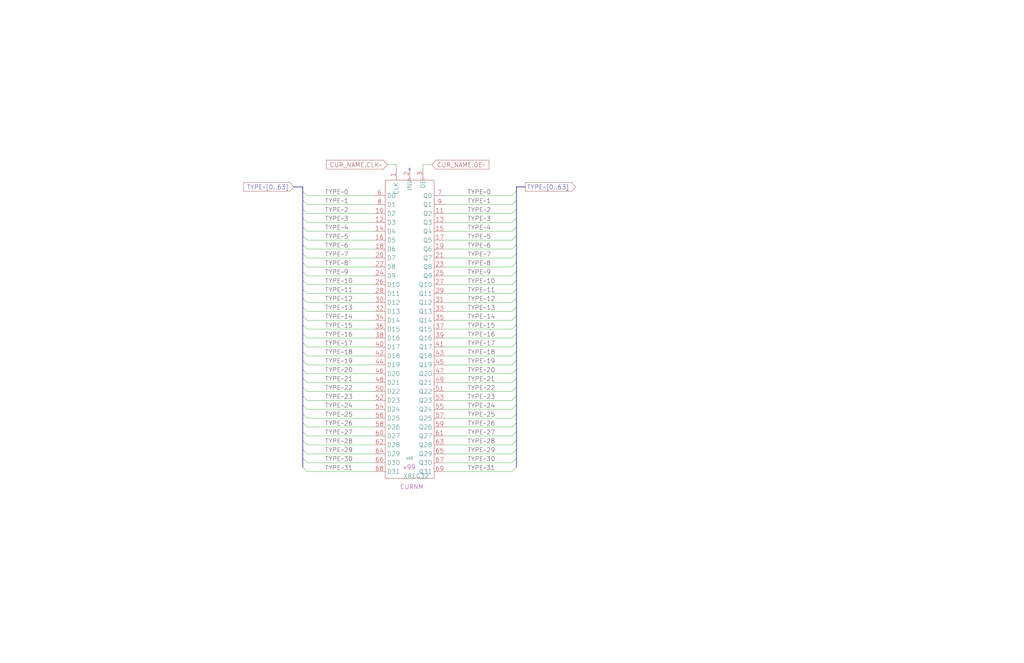
<source format=kicad_sch>
(kicad_sch (version 20230121) (generator eeschema)
  (paper "User" 584.2 378.46)
  (title_block (title "CURRENT CONTROL STACK NAME") (date "22-MAY-90") (rev "1.0") (comment 1 "SEQUENCER") (comment 2 "232-003064") (comment 3 "S400") (comment 4 "RELEASED"))
  (lib_symbols
    (symbol "r1000:XREG32" (pin_names (offset 1.016))
      (property "Reference" "U" (at 2.54 5.08 0))
      (property "Value" "XREG32" (at -1.27 -5.08 0))
      (property "Location" "___" (at -1.27 0 0))
      (property "Name" "______" (at 3.81 -12.7 0))
      (symbol "XREG32_1_1"
        (rectangle (start -11.43 163.83) (end 16.51 -6.35))
        (circle (center 2.54 164.465) (radius 0.635))
        (circle (center 10.16 164.465) (radius 0.635))
        (pin input line (at -5.08 170.18 270) (length 6.35) (name "CLK") (number "1"))
        (pin input line (at -17.78 144.78 0) (length 6.35) (name "D2") (number "10"))
        (pin tri_state line (at 22.86 144.78 180) (length 6.35) (name "Q2") (number "11"))
        (pin input line (at -17.78 139.7 0) (length 6.35) (name "D3") (number "12"))
        (pin tri_state line (at 22.86 139.7 180) (length 6.35) (name "Q3") (number "13"))
        (pin input line (at -17.78 134.62 0) (length 6.35) (name "D4") (number "14"))
        (pin tri_state line (at 22.86 134.62 180) (length 6.35) (name "Q4") (number "15"))
        (pin input line (at -17.78 129.54 0) (length 6.35) (name "D5") (number "16"))
        (pin tri_state line (at 22.86 129.54 180) (length 6.35) (name "Q5") (number "17"))
        (pin input line (at -17.78 124.46 0) (length 6.35) (name "D6") (number "18"))
        (pin tri_state line (at 22.86 124.46 180) (length 6.35) (name "Q6") (number "19"))
        (pin input line (at 2.54 170.18 270) (length 5.08) (name "INV") (number "2"))
        (pin input line (at -17.78 119.38 0) (length 6.35) (name "D7") (number "20"))
        (pin tri_state line (at 22.86 119.38 180) (length 6.35) (name "Q7") (number "21"))
        (pin input line (at -17.78 114.3 0) (length 6.35) (name "D8") (number "22"))
        (pin tri_state line (at 22.86 114.3 180) (length 6.35) (name "Q8") (number "23"))
        (pin input line (at -17.78 109.22 0) (length 6.35) (name "D9") (number "24"))
        (pin tri_state line (at 22.86 109.22 180) (length 6.35) (name "Q9") (number "25"))
        (pin input line (at -17.78 104.14 0) (length 6.35) (name "D10") (number "26"))
        (pin tri_state line (at 22.86 104.14 180) (length 6.35) (name "Q10") (number "27"))
        (pin input line (at -17.78 99.06 0) (length 6.35) (name "D11") (number "28"))
        (pin tri_state line (at 22.86 99.06 180) (length 6.35) (name "Q11") (number "29"))
        (pin input line (at 10.16 170.18 270) (length 5.08) (name "OE") (number "3"))
        (pin input line (at -17.78 93.98 0) (length 6.35) (name "D12") (number "30"))
        (pin tri_state line (at 22.86 93.98 180) (length 6.35) (name "Q12") (number "31"))
        (pin input line (at -17.78 88.9 0) (length 6.35) (name "D13") (number "32"))
        (pin tri_state line (at 22.86 88.9 180) (length 6.35) (name "Q13") (number "33"))
        (pin input line (at -17.78 83.82 0) (length 6.35) (name "D14") (number "34"))
        (pin tri_state line (at 22.86 83.82 180) (length 6.35) (name "Q14") (number "35"))
        (pin input line (at -17.78 78.74 0) (length 6.35) (name "D15") (number "36"))
        (pin tri_state line (at 22.86 78.74 180) (length 6.35) (name "Q15") (number "37"))
        (pin input line (at -17.78 73.66 0) (length 6.35) (name "D16") (number "38"))
        (pin tri_state line (at 22.86 73.66 180) (length 6.35) (name "Q16") (number "39"))
        (pin input line (at -17.78 68.58 0) (length 6.35) (name "D17") (number "40"))
        (pin tri_state line (at 22.86 68.58 180) (length 6.35) (name "Q17") (number "41"))
        (pin input line (at -17.78 63.5 0) (length 6.35) (name "D18") (number "42"))
        (pin tri_state line (at 22.86 63.5 180) (length 6.35) (name "Q18") (number "43"))
        (pin input line (at -17.78 58.42 0) (length 6.35) (name "D19") (number "44"))
        (pin tri_state line (at 22.86 58.42 180) (length 6.35) (name "Q19") (number "45"))
        (pin input line (at -17.78 53.34 0) (length 6.35) (name "D20") (number "46"))
        (pin tri_state line (at 22.86 53.34 180) (length 6.35) (name "Q20") (number "47"))
        (pin input line (at -17.78 48.26 0) (length 6.35) (name "D21") (number "48"))
        (pin tri_state line (at 22.86 48.26 180) (length 6.35) (name "Q21") (number "49"))
        (pin input line (at -17.78 43.18 0) (length 6.35) (name "D22") (number "50"))
        (pin tri_state line (at 22.86 43.18 180) (length 6.35) (name "Q22") (number "51"))
        (pin input line (at -17.78 38.1 0) (length 6.35) (name "D23") (number "52"))
        (pin tri_state line (at 22.86 38.1 180) (length 6.35) (name "Q23") (number "53"))
        (pin input line (at -17.78 33.02 0) (length 6.35) (name "D24") (number "54"))
        (pin tri_state line (at 22.86 33.02 180) (length 6.35) (name "Q24") (number "55"))
        (pin input line (at -17.78 27.94 0) (length 6.35) (name "D25") (number "56"))
        (pin tri_state line (at 22.86 27.94 180) (length 6.35) (name "Q25") (number "57"))
        (pin input line (at -17.78 22.86 0) (length 6.35) (name "D26") (number "58"))
        (pin tri_state line (at 22.86 22.86 180) (length 6.35) (name "Q26") (number "59"))
        (pin input line (at -17.78 154.94 0) (length 6.35) (name "D0") (number "6"))
        (pin input line (at -17.78 17.78 0) (length 6.35) (name "D27") (number "60"))
        (pin tri_state line (at 22.86 17.78 180) (length 6.35) (name "Q27") (number "61"))
        (pin input line (at -17.78 12.7 0) (length 6.35) (name "D28") (number "62"))
        (pin tri_state line (at 22.86 12.7 180) (length 6.35) (name "Q28") (number "63"))
        (pin input line (at -17.78 7.62 0) (length 6.35) (name "D29") (number "64"))
        (pin tri_state line (at 22.86 7.62 180) (length 6.35) (name "Q29") (number "65"))
        (pin input line (at -17.78 2.54 0) (length 6.35) (name "D30") (number "66"))
        (pin tri_state line (at 22.86 2.54 180) (length 6.35) (name "Q30") (number "67"))
        (pin input line (at -17.78 -2.54 0) (length 6.35) (name "D31") (number "68"))
        (pin tri_state line (at 22.86 -2.54 180) (length 6.35) (name "Q31") (number "69"))
        (pin tri_state line (at 22.86 154.94 180) (length 6.35) (name "Q0") (number "7"))
        (pin input line (at -17.78 149.86 0) (length 6.35) (name "D1") (number "8"))
        (pin tri_state line (at 22.86 149.86 180) (length 6.35) (name "Q1") (number "9"))
      )
    )
  )
  (no_connect (at 233.68 96.52))
  (bus_entry (at 172.72 175.26) (size 2.54 2.54))
  (bus_entry (at 172.72 170.18) (size 2.54 2.54))
  (bus_entry (at 172.72 190.5) (size 2.54 2.54))
  (bus_entry (at 294.64 124.46) (size -2.54 2.54))
  (bus_entry (at 294.64 109.22) (size -2.54 2.54))
  (bus_entry (at 172.72 114.3) (size 2.54 2.54))
  (bus_entry (at 172.72 129.54) (size 2.54 2.54))
  (bus_entry (at 172.72 205.74) (size 2.54 2.54))
  (bus_entry (at 294.64 210.82) (size -2.54 2.54))
  (bus_entry (at 172.72 210.82) (size 2.54 2.54))
  (bus_entry (at 294.64 119.38) (size -2.54 2.54))
  (bus_entry (at 172.72 134.62) (size 2.54 2.54))
  (bus_entry (at 172.72 266.7) (size 2.54 2.54))
  (bus_entry (at 172.72 165.1) (size 2.54 2.54))
  (bus_entry (at 294.64 190.5) (size -2.54 2.54))
  (bus_entry (at 294.64 241.3) (size -2.54 2.54))
  (bus_entry (at 294.64 170.18) (size -2.54 2.54))
  (bus_entry (at 172.72 124.46) (size 2.54 2.54))
  (bus_entry (at 294.64 114.3) (size -2.54 2.54))
  (bus_entry (at 294.64 160.02) (size -2.54 2.54))
  (bus_entry (at 294.64 205.74) (size -2.54 2.54))
  (bus_entry (at 294.64 185.42) (size -2.54 2.54))
  (bus_entry (at 172.72 226.06) (size 2.54 2.54))
  (bus_entry (at 172.72 109.22) (size 2.54 2.54))
  (bus_entry (at 294.64 129.54) (size -2.54 2.54))
  (bus_entry (at 294.64 231.14) (size -2.54 2.54))
  (bus_entry (at 294.64 195.58) (size -2.54 2.54))
  (bus_entry (at 172.72 180.34) (size 2.54 2.54))
  (bus_entry (at 294.64 134.62) (size -2.54 2.54))
  (bus_entry (at 172.72 185.42) (size 2.54 2.54))
  (bus_entry (at 294.64 220.98) (size -2.54 2.54))
  (bus_entry (at 172.72 119.38) (size 2.54 2.54))
  (bus_entry (at 172.72 215.9) (size 2.54 2.54))
  (bus_entry (at 294.64 266.7) (size -2.54 2.54))
  (bus_entry (at 172.72 200.66) (size 2.54 2.54))
  (bus_entry (at 294.64 149.86) (size -2.54 2.54))
  (bus_entry (at 294.64 215.9) (size -2.54 2.54))
  (bus_entry (at 294.64 251.46) (size -2.54 2.54))
  (bus_entry (at 294.64 226.06) (size -2.54 2.54))
  (bus_entry (at 172.72 246.38) (size 2.54 2.54))
  (bus_entry (at 172.72 160.02) (size 2.54 2.54))
  (bus_entry (at 172.72 154.94) (size 2.54 2.54))
  (bus_entry (at 294.64 261.62) (size -2.54 2.54))
  (bus_entry (at 172.72 149.86) (size 2.54 2.54))
  (bus_entry (at 172.72 231.14) (size 2.54 2.54))
  (bus_entry (at 294.64 165.1) (size -2.54 2.54))
  (bus_entry (at 172.72 220.98) (size 2.54 2.54))
  (bus_entry (at 172.72 251.46) (size 2.54 2.54))
  (bus_entry (at 172.72 139.7) (size 2.54 2.54))
  (bus_entry (at 172.72 144.78) (size 2.54 2.54))
  (bus_entry (at 172.72 256.54) (size 2.54 2.54))
  (bus_entry (at 294.64 200.66) (size -2.54 2.54))
  (bus_entry (at 172.72 236.22) (size 2.54 2.54))
  (bus_entry (at 294.64 246.38) (size -2.54 2.54))
  (bus_entry (at 172.72 195.58) (size 2.54 2.54))
  (bus_entry (at 172.72 241.3) (size 2.54 2.54))
  (bus_entry (at 172.72 261.62) (size 2.54 2.54))
  (bus_entry (at 294.64 180.34) (size -2.54 2.54))
  (bus_entry (at 294.64 144.78) (size -2.54 2.54))
  (bus_entry (at 294.64 175.26) (size -2.54 2.54))
  (bus_entry (at 294.64 256.54) (size -2.54 2.54))
  (bus_entry (at 294.64 139.7) (size -2.54 2.54))
  (bus_entry (at 294.64 154.94) (size -2.54 2.54))
  (bus_entry (at 294.64 236.22) (size -2.54 2.54))
  (wire (pts (xy 254 248.92) (xy 292.1 248.92)))
  (wire (pts (xy 175.26 121.92) (xy 213.36 121.92)))
  (bus (pts (xy 172.72 160.02) (xy 172.72 165.1)))
  (bus (pts (xy 172.72 215.9) (xy 172.72 220.98)))
  (bus (pts (xy 172.72 109.22) (xy 172.72 114.3)))
  (bus (pts (xy 294.64 231.14) (xy 294.64 236.22)))
  (bus (pts (xy 294.64 144.78) (xy 294.64 149.86)))
  (wire (pts (xy 254 111.76) (xy 292.1 111.76)))
  (bus (pts (xy 299.72 106.68) (xy 294.64 106.68)))
  (wire (pts (xy 175.26 264.16) (xy 213.36 264.16)))
  (wire (pts (xy 175.26 187.96) (xy 213.36 187.96)))
  (wire (pts (xy 254 137.16) (xy 292.1 137.16)))
  (bus (pts (xy 172.72 256.54) (xy 172.72 261.62)))
  (wire (pts (xy 254 228.6) (xy 292.1 228.6)))
  (wire (pts (xy 175.26 127) (xy 213.36 127)))
  (wire (pts (xy 254 187.96) (xy 292.1 187.96)))
  (wire (pts (xy 175.26 243.84) (xy 213.36 243.84)))
  (bus (pts (xy 294.64 241.3) (xy 294.64 246.38)))
  (bus (pts (xy 172.72 129.54) (xy 172.72 134.62)))
  (bus (pts (xy 294.64 190.5) (xy 294.64 195.58)))
  (bus (pts (xy 172.72 106.68) (xy 172.72 109.22)))
  (wire (pts (xy 175.26 198.12) (xy 213.36 198.12)))
  (wire (pts (xy 175.26 116.84) (xy 213.36 116.84)))
  (bus (pts (xy 172.72 134.62) (xy 172.72 139.7)))
  (wire (pts (xy 254 213.36) (xy 292.1 213.36)))
  (bus (pts (xy 172.72 246.38) (xy 172.72 251.46)))
  (wire (pts (xy 175.26 218.44) (xy 213.36 218.44)))
  (bus (pts (xy 294.64 175.26) (xy 294.64 180.34)))
  (bus (pts (xy 294.64 114.3) (xy 294.64 119.38)))
  (bus (pts (xy 294.64 119.38) (xy 294.64 124.46)))
  (bus (pts (xy 172.72 175.26) (xy 172.72 180.34)))
  (wire (pts (xy 254 203.2) (xy 292.1 203.2)))
  (bus (pts (xy 172.72 149.86) (xy 172.72 154.94)))
  (wire (pts (xy 254 254) (xy 292.1 254)))
  (wire (pts (xy 254 167.64) (xy 292.1 167.64)))
  (wire (pts (xy 254 147.32) (xy 292.1 147.32)))
  (bus (pts (xy 294.64 246.38) (xy 294.64 251.46)))
  (wire (pts (xy 175.26 142.24) (xy 213.36 142.24)))
  (bus (pts (xy 294.64 215.9) (xy 294.64 220.98)))
  (bus (pts (xy 294.64 185.42) (xy 294.64 190.5)))
  (bus (pts (xy 172.72 165.1) (xy 172.72 170.18)))
  (bus (pts (xy 172.72 119.38) (xy 172.72 124.46)))
  (bus (pts (xy 294.64 251.46) (xy 294.64 256.54)))
  (wire (pts (xy 175.26 248.92) (xy 213.36 248.92)))
  (wire (pts (xy 175.26 172.72) (xy 213.36 172.72)))
  (wire (pts (xy 226.06 93.98) (xy 226.06 96.52)))
  (wire (pts (xy 175.26 223.52) (xy 213.36 223.52)))
  (bus (pts (xy 172.72 154.94) (xy 172.72 160.02)))
  (bus (pts (xy 172.72 195.58) (xy 172.72 200.66)))
  (bus (pts (xy 172.72 210.82) (xy 172.72 215.9)))
  (bus (pts (xy 294.64 154.94) (xy 294.64 160.02)))
  (bus (pts (xy 172.72 114.3) (xy 172.72 119.38)))
  (wire (pts (xy 254 116.84) (xy 292.1 116.84)))
  (wire (pts (xy 175.26 147.32) (xy 213.36 147.32)))
  (wire (pts (xy 220.98 93.98) (xy 226.06 93.98)))
  (wire (pts (xy 175.26 137.16) (xy 213.36 137.16)))
  (wire (pts (xy 254 162.56) (xy 292.1 162.56)))
  (bus (pts (xy 172.72 180.34) (xy 172.72 185.42)))
  (bus (pts (xy 294.64 256.54) (xy 294.64 261.62)))
  (bus (pts (xy 294.64 226.06) (xy 294.64 231.14)))
  (wire (pts (xy 254 218.44) (xy 292.1 218.44)))
  (bus (pts (xy 294.64 129.54) (xy 294.64 134.62)))
  (bus (pts (xy 294.64 106.68) (xy 294.64 109.22)))
  (wire (pts (xy 254 223.52) (xy 292.1 223.52)))
  (wire (pts (xy 254 132.08) (xy 292.1 132.08)))
  (bus (pts (xy 294.64 261.62) (xy 294.64 266.7)))
  (bus (pts (xy 172.72 236.22) (xy 172.72 241.3)))
  (wire (pts (xy 175.26 254) (xy 213.36 254)))
  (wire (pts (xy 254 157.48) (xy 292.1 157.48)))
  (bus (pts (xy 172.72 185.42) (xy 172.72 190.5)))
  (bus (pts (xy 294.64 180.34) (xy 294.64 185.42)))
  (wire (pts (xy 175.26 203.2) (xy 213.36 203.2)))
  (wire (pts (xy 241.3 93.98) (xy 241.3 96.52)))
  (bus (pts (xy 172.72 144.78) (xy 172.72 149.86)))
  (wire (pts (xy 175.26 208.28) (xy 213.36 208.28)))
  (wire (pts (xy 254 121.92) (xy 292.1 121.92)))
  (wire (pts (xy 175.26 213.36) (xy 213.36 213.36)))
  (wire (pts (xy 254 152.4) (xy 292.1 152.4)))
  (bus (pts (xy 172.72 241.3) (xy 172.72 246.38)))
  (bus (pts (xy 172.72 124.46) (xy 172.72 129.54)))
  (bus (pts (xy 294.64 170.18) (xy 294.64 175.26)))
  (bus (pts (xy 172.72 226.06) (xy 172.72 231.14)))
  (wire (pts (xy 254 127) (xy 292.1 127)))
  (bus (pts (xy 294.64 220.98) (xy 294.64 226.06)))
  (wire (pts (xy 254 142.24) (xy 292.1 142.24)))
  (wire (pts (xy 175.26 269.24) (xy 213.36 269.24)))
  (wire (pts (xy 254 182.88) (xy 292.1 182.88)))
  (wire (pts (xy 254 259.08) (xy 292.1 259.08)))
  (bus (pts (xy 294.64 205.74) (xy 294.64 210.82)))
  (bus (pts (xy 294.64 200.66) (xy 294.64 205.74)))
  (bus (pts (xy 172.72 220.98) (xy 172.72 226.06)))
  (bus (pts (xy 172.72 231.14) (xy 172.72 236.22)))
  (bus (pts (xy 294.64 236.22) (xy 294.64 241.3)))
  (wire (pts (xy 175.26 182.88) (xy 213.36 182.88)))
  (bus (pts (xy 172.72 139.7) (xy 172.72 144.78)))
  (wire (pts (xy 254 269.24) (xy 292.1 269.24)))
  (bus (pts (xy 294.64 139.7) (xy 294.64 144.78)))
  (wire (pts (xy 254 193.04) (xy 292.1 193.04)))
  (wire (pts (xy 254 208.28) (xy 292.1 208.28)))
  (bus (pts (xy 172.72 200.66) (xy 172.72 205.74)))
  (wire (pts (xy 175.26 228.6) (xy 213.36 228.6)))
  (wire (pts (xy 175.26 238.76) (xy 213.36 238.76)))
  (bus (pts (xy 172.72 261.62) (xy 172.72 266.7)))
  (wire (pts (xy 175.26 167.64) (xy 213.36 167.64)))
  (wire (pts (xy 254 177.8) (xy 292.1 177.8)))
  (bus (pts (xy 167.64 106.68) (xy 172.72 106.68)))
  (bus (pts (xy 172.72 190.5) (xy 172.72 195.58)))
  (wire (pts (xy 175.26 132.08) (xy 213.36 132.08)))
  (bus (pts (xy 294.64 160.02) (xy 294.64 165.1)))
  (bus (pts (xy 294.64 195.58) (xy 294.64 200.66)))
  (wire (pts (xy 254 264.16) (xy 292.1 264.16)))
  (bus (pts (xy 294.64 165.1) (xy 294.64 170.18)))
  (wire (pts (xy 175.26 177.8) (xy 213.36 177.8)))
  (bus (pts (xy 294.64 149.86) (xy 294.64 154.94)))
  (wire (pts (xy 254 243.84) (xy 292.1 243.84)))
  (bus (pts (xy 172.72 170.18) (xy 172.72 175.26)))
  (bus (pts (xy 172.72 251.46) (xy 172.72 256.54)))
  (wire (pts (xy 175.26 193.04) (xy 213.36 193.04)))
  (wire (pts (xy 254 198.12) (xy 292.1 198.12)))
  (bus (pts (xy 294.64 210.82) (xy 294.64 215.9)))
  (wire (pts (xy 246.38 93.98) (xy 241.3 93.98)))
  (bus (pts (xy 172.72 205.74) (xy 172.72 210.82)))
  (bus (pts (xy 294.64 124.46) (xy 294.64 129.54)))
  (wire (pts (xy 175.26 233.68) (xy 213.36 233.68)))
  (wire (pts (xy 254 172.72) (xy 292.1 172.72)))
  (bus (pts (xy 294.64 109.22) (xy 294.64 114.3)))
  (wire (pts (xy 175.26 157.48) (xy 213.36 157.48)))
  (wire (pts (xy 175.26 162.56) (xy 213.36 162.56)))
  (wire (pts (xy 175.26 111.76) (xy 213.36 111.76)))
  (wire (pts (xy 175.26 259.08) (xy 213.36 259.08)))
  (bus (pts (xy 294.64 134.62) (xy 294.64 139.7)))
  (wire (pts (xy 254 238.76) (xy 292.1 238.76)))
  (wire (pts (xy 254 233.68) (xy 292.1 233.68)))
  (wire (pts (xy 175.26 152.4) (xy 213.36 152.4)))
  (label "TYPE~6" (at 185.42 142.24 0) (effects (font (size 2.54 2.54))))
  (label "TYPE~20" (at 266.7 213.36 0) (effects (font (size 2.54 2.54))))
  (label "TYPE~28" (at 266.7 254 0) (effects (font (size 2.54 2.54))))
  (label "TYPE~25" (at 185.42 238.76 0) (effects (font (size 2.54 2.54))))
  (label "TYPE~20" (at 185.42 213.36 0) (effects (font (size 2.54 2.54))))
  (label "TYPE~26" (at 185.42 243.84 0) (effects (font (size 2.54 2.54))))
  (label "TYPE~13" (at 185.42 177.8 0) (effects (font (size 2.54 2.54))))
  (label "TYPE~3" (at 185.42 127 0) (effects (font (size 2.54 2.54))))
  (label "TYPE~25" (at 266.7 238.76 0) (effects (font (size 2.54 2.54))))
  (label "TYPE~14" (at 185.42 182.88 0) (effects (font (size 2.54 2.54))))
  (label "TYPE~31" (at 185.42 269.24 0) (effects (font (size 2.54 2.54))))
  (label "TYPE~28" (at 185.42 254 0) (effects (font (size 2.54 2.54))))
  (label "TYPE~17" (at 266.7 198.12 0) (effects (font (size 2.54 2.54))))
  (label "TYPE~1" (at 185.42 116.84 0) (effects (font (size 2.54 2.54))))
  (label "TYPE~18" (at 266.7 203.2 0) (effects (font (size 2.54 2.54))))
  (label "TYPE~0" (at 266.7 111.76 0) (effects (font (size 2.54 2.54))))
  (label "TYPE~12" (at 185.42 172.72 0) (effects (font (size 2.54 2.54))))
  (label "TYPE~12" (at 266.7 172.72 0) (effects (font (size 2.54 2.54))))
  (label "TYPE~24" (at 266.7 233.68 0) (effects (font (size 2.54 2.54))))
  (label "TYPE~4" (at 266.7 132.08 0) (effects (font (size 2.54 2.54))))
  (label "TYPE~11" (at 185.42 167.64 0) (effects (font (size 2.54 2.54))))
  (label "TYPE~4" (at 185.42 132.08 0) (effects (font (size 2.54 2.54))))
  (label "TYPE~0" (at 185.42 111.76 0) (effects (font (size 2.54 2.54))))
  (label "TYPE~5" (at 185.42 137.16 0) (effects (font (size 2.54 2.54))))
  (label "TYPE~22" (at 185.42 223.52 0) (effects (font (size 2.54 2.54))))
  (label "TYPE~29" (at 266.7 259.08 0) (effects (font (size 2.54 2.54))))
  (label "TYPE~24" (at 185.42 233.68 0) (effects (font (size 2.54 2.54))))
  (label "TYPE~29" (at 185.42 259.08 0) (effects (font (size 2.54 2.54))))
  (label "TYPE~16" (at 266.7 193.04 0) (effects (font (size 2.54 2.54))))
  (label "TYPE~1" (at 266.7 116.84 0) (effects (font (size 2.54 2.54))))
  (label "TYPE~2" (at 185.42 121.92 0) (effects (font (size 2.54 2.54))))
  (label "TYPE~14" (at 266.7 182.88 0) (effects (font (size 2.54 2.54))))
  (label "TYPE~7" (at 266.7 147.32 0) (effects (font (size 2.54 2.54))))
  (label "TYPE~17" (at 185.42 198.12 0) (effects (font (size 2.54 2.54))))
  (label "TYPE~10" (at 185.42 162.56 0) (effects (font (size 2.54 2.54))))
  (label "TYPE~9" (at 266.7 157.48 0) (effects (font (size 2.54 2.54))))
  (label "TYPE~5" (at 266.7 137.16 0) (effects (font (size 2.54 2.54))))
  (label "TYPE~31" (at 266.7 269.24 0) (effects (font (size 2.54 2.54))))
  (label "TYPE~3" (at 266.7 127 0) (effects (font (size 2.54 2.54))))
  (label "TYPE~15" (at 185.42 187.96 0) (effects (font (size 2.54 2.54))))
  (label "TYPE~27" (at 185.42 248.92 0) (effects (font (size 2.54 2.54))))
  (label "TYPE~23" (at 266.7 228.6 0) (effects (font (size 2.54 2.54))))
  (label "TYPE~27" (at 266.7 248.92 0) (effects (font (size 2.54 2.54))))
  (label "TYPE~26" (at 266.7 243.84 0) (effects (font (size 2.54 2.54))))
  (label "TYPE~15" (at 266.7 187.96 0) (effects (font (size 2.54 2.54))))
  (label "TYPE~8" (at 266.7 152.4 0) (effects (font (size 2.54 2.54))))
  (label "TYPE~23" (at 185.42 228.6 0) (effects (font (size 2.54 2.54))))
  (label "TYPE~7" (at 185.42 147.32 0) (effects (font (size 2.54 2.54))))
  (label "TYPE~19" (at 266.7 208.28 0) (effects (font (size 2.54 2.54))))
  (label "TYPE~30" (at 185.42 264.16 0) (effects (font (size 2.54 2.54))))
  (label "TYPE~8" (at 185.42 152.4 0) (effects (font (size 2.54 2.54))))
  (label "TYPE~10" (at 266.7 162.56 0) (effects (font (size 2.54 2.54))))
  (label "TYPE~9" (at 185.42 157.48 0) (effects (font (size 2.54 2.54))))
  (label "TYPE~19" (at 185.42 208.28 0) (effects (font (size 2.54 2.54))))
  (label "TYPE~11" (at 266.7 167.64 0) (effects (font (size 2.54 2.54))))
  (label "TYPE~30" (at 266.7 264.16 0) (effects (font (size 2.54 2.54))))
  (label "TYPE~21" (at 185.42 218.44 0) (effects (font (size 2.54 2.54))))
  (label "TYPE~22" (at 266.7 223.52 0) (effects (font (size 2.54 2.54))))
  (label "TYPE~13" (at 266.7 177.8 0) (effects (font (size 2.54 2.54))))
  (label "TYPE~18" (at 185.42 203.2 0) (effects (font (size 2.54 2.54))))
  (label "TYPE~6" (at 266.7 142.24 0) (effects (font (size 2.54 2.54))))
  (label "TYPE~21" (at 266.7 218.44 0) (effects (font (size 2.54 2.54))))
  (label "TYPE~2" (at 266.7 121.92 0) (effects (font (size 2.54 2.54))))
  (label "TYPE~16" (at 185.42 193.04 0) (effects (font (size 2.54 2.54))))
  (global_label "TYPE~[0..63]" (shape output) (at 299.72 106.68 0) (effects (font (size 2.54 2.54))) (property "Intersheetrefs" "${INTERSHEET_REFS}" (at 329.2307 106.68 0) (effects (font (size 1.905 1.905)) (justify left))))
  (global_label "CUR_NAME.OE~" (shape input) (at 246.38 93.98 0) (effects (font (size 2.54 2.54))) (property "Intersheetrefs" "${INTERSHEET_REFS}" (at 278.9041 93.8213 0) (effects (font (size 1.905 1.905)) (justify left))))
  (global_label "TYPE~[0..63]" (shape input) (at 167.64 106.68 180) (effects (font (size 2.54 2.54))) (property "Intersheetrefs" "${INTERSHEET_REFS}" (at 138.1293 106.68 0) (effects (font (size 1.905 1.905)) (justify right))))
  (global_label "CUR_NAME.CLK~" (shape input) (at 220.98 93.98 180) (effects (font (size 2.54 2.54))) (property "Intersheetrefs" "${INTERSHEET_REFS}" (at 186.2788 93.8213 0) (effects (font (size 1.905 1.905)) (justify right))))
  (symbol (lib_id "r1000:XREG32") (at 231.14 266.7 0) (unit 1)
    (property "Reference" "U23" (at 233.68 261.62 0))
    (property "Value" "XREG32" (at 229.87 271.78 0) (effects (font (size 2.54 2.54)) (justify left)))
    (property "Location" "x99" (at 229.87 266.7 0) (effects (font (size 2.54 2.54)) (justify left)))
    (property "Name" "CURNM" (at 234.95 279.4 0) (effects (font (size 2.54 2.54)) (justify bottom)))
  )
)
</source>
